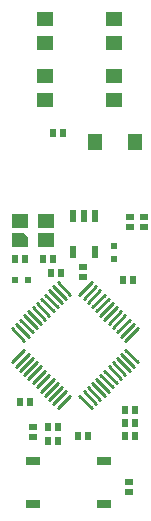
<source format=gtp>
G04 Layer: TopPasteMaskLayer*
G04 EasyEDA v6.3.22, 2020-03-24T16:05:03+09:00*
G04 334177c2c5fb4733a61f24cf9fce308a,67344a67363949849f01d11c0c7cf016,10*
G04 Gerber Generator version 0.2*
G04 Scale: 100 percent, Rotated: No, Reflected: No *
G04 Dimensions in inches *
G04 leading zeros omitted , absolute positions ,2 integer and 4 decimal *
%FSLAX24Y24*%
%MOIN*%
G90*
G70D02*

%ADD15C,0.011024*%
%ADD17R,0.051181X0.027559*%
%ADD18R,0.023620X0.025590*%
%ADD19R,0.025590X0.023620*%
%ADD20R,0.019685X0.023622*%
%ADD21R,0.023622X0.019685*%
%ADD22R,0.021654X0.039370*%
%ADD23R,0.057087X0.045670*%
%ADD24R,0.047244X0.055118*%
%ADD25R,0.055118X0.045276*%

%LPD*%
G54D15*
G01X2786Y9174D02*
G01X3209Y8751D01*
G01X2647Y9035D02*
G01X3070Y8612D01*
G01X2508Y8896D02*
G01X2931Y8473D01*
G01X2368Y8756D02*
G01X2792Y8333D01*
G01X2229Y8617D02*
G01X2652Y8194D01*
G01X2090Y8478D02*
G01X2513Y8055D01*
G01X1951Y8339D02*
G01X2374Y7916D01*
G01X1812Y8200D02*
G01X2235Y7777D01*
G01X1673Y8061D02*
G01X2096Y7637D01*
G01X1533Y7921D02*
G01X1956Y7498D01*
G01X1394Y7782D02*
G01X1817Y7359D01*
G01X1255Y7643D02*
G01X1678Y7220D01*
G01X1678Y6919D02*
G01X1255Y6496D01*
G01X1817Y6780D02*
G01X1394Y6357D01*
G01X1956Y6641D02*
G01X1533Y6218D01*
G01X2096Y6502D02*
G01X1673Y6078D01*
G01X2235Y6362D02*
G01X1812Y5939D01*
G01X2374Y6223D02*
G01X1951Y5800D01*
G01X2513Y6084D02*
G01X2090Y5661D01*
G01X2652Y5945D02*
G01X2229Y5522D01*
G01X2792Y5806D02*
G01X2368Y5382D01*
G01X2931Y5666D02*
G01X2508Y5243D01*
G01X3070Y5527D02*
G01X2647Y5104D01*
G01X3209Y5388D02*
G01X2786Y4965D01*
G01X3510Y5388D02*
G01X3933Y4965D01*
G01X3649Y5527D02*
G01X4072Y5104D01*
G01X3788Y5666D02*
G01X4211Y5243D01*
G01X3927Y5806D02*
G01X4351Y5382D01*
G01X4067Y5945D02*
G01X4490Y5522D01*
G01X4206Y6084D02*
G01X4629Y5661D01*
G01X4345Y6223D02*
G01X4768Y5800D01*
G01X4484Y6362D02*
G01X4907Y5939D01*
G01X4623Y6502D02*
G01X5047Y6078D01*
G01X4763Y6641D02*
G01X5186Y6218D01*
G01X4902Y6780D02*
G01X5325Y6357D01*
G01X5041Y6919D02*
G01X5464Y6496D01*
G01X5464Y7643D02*
G01X5041Y7220D01*
G01X5325Y7782D02*
G01X4902Y7359D01*
G01X5186Y7921D02*
G01X4763Y7498D01*
G01X5047Y8061D02*
G01X4623Y7637D01*
G01X4907Y8200D02*
G01X4484Y7777D01*
G01X4768Y8339D02*
G01X4345Y7916D01*
G01X4629Y8478D02*
G01X4206Y8055D01*
G01X4490Y8617D02*
G01X4067Y8194D01*
G01X4351Y8756D02*
G01X3927Y8333D01*
G01X4211Y8896D02*
G01X3788Y8473D01*
G01X4072Y9035D02*
G01X3649Y8612D01*
G01X3933Y9174D02*
G01X3510Y8751D01*
G54D17*
G01X1968Y3218D03*
G01X4331Y3218D03*
G01X1968Y1761D03*
G01X4331Y1761D03*
G54D18*
G01X3480Y4050D03*
G01X3813Y4050D03*
G01X2809Y4340D03*
G01X2476Y4340D03*
G01X2809Y3880D03*
G01X2476Y3880D03*
G54D19*
G01X1970Y4340D03*
G01X1970Y4005D03*
G01X5650Y11013D03*
G01X5650Y11346D03*
G54D18*
G01X2563Y9490D03*
G01X2897Y9490D03*
G54D20*
G01X4659Y10366D03*
G01X4659Y9933D03*
G54D21*
G01X1373Y9230D03*
G01X1806Y9230D03*
G54D18*
G01X1697Y9950D03*
G01X1363Y9950D03*
G01X2313Y9950D03*
G01X2647Y9950D03*
G01X5290Y9259D03*
G01X4955Y9259D03*
G54D22*
G01X4034Y10189D03*
G01X3286Y10189D03*
G01X3286Y11370D03*
G01X3659Y11370D03*
G01X4034Y11370D03*
G54D23*
G01X4650Y15250D03*
G01X4650Y16050D03*
G01X2350Y17140D03*
G01X2350Y17940D03*
G01X4650Y17140D03*
G01X4650Y17940D03*
G01X2350Y15250D03*
G01X2350Y16050D03*
G54D18*
G01X1536Y5180D03*
G01X1870Y5180D03*
G54D24*
G01X4030Y13850D03*
G01X5369Y13850D03*
G54D18*
G01X2954Y14150D03*
G01X2620Y14150D03*
G54D25*
G01X2403Y11215D03*
G36*
G01X1261Y10811D02*
G01X1669Y10811D01*
G01X1812Y10662D01*
G01X1812Y10358D01*
G01X1261Y10358D01*
G01X1261Y10811D01*
G37*
G01X1536Y11215D03*
G01X2403Y10584D03*
G54D18*
G01X5367Y4900D03*
G01X5032Y4900D03*
G54D19*
G01X5150Y2500D03*
G01X5150Y2165D03*
G54D18*
G01X5370Y4469D03*
G01X5036Y4469D03*
G01X5370Y4040D03*
G01X5036Y4040D03*
G54D19*
G01X5209Y11346D03*
G01X5209Y11013D03*
G01X3620Y9686D03*
G01X3620Y9353D03*
M00*
M02*

</source>
